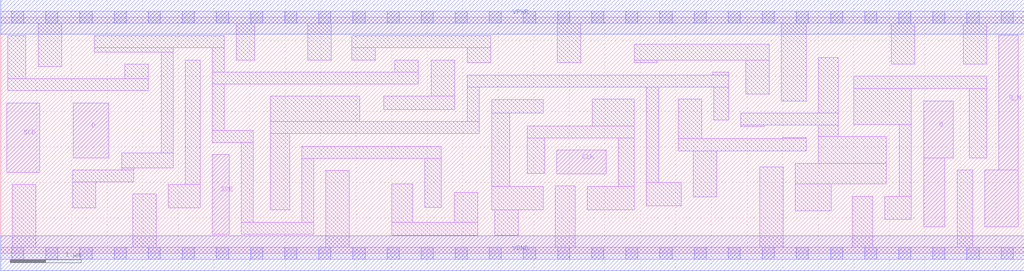
<source format=lef>
# Copyright 2020 The SkyWater PDK Authors
#
# Licensed under the Apache License, Version 2.0 (the "License");
# you may not use this file except in compliance with the License.
# You may obtain a copy of the License at
#
#     https://www.apache.org/licenses/LICENSE-2.0
#
# Unless required by applicable law or agreed to in writing, software
# distributed under the License is distributed on an "AS IS" BASIS,
# WITHOUT WARRANTIES OR CONDITIONS OF ANY KIND, either express or implied.
# See the License for the specific language governing permissions and
# limitations under the License.
#
# SPDX-License-Identifier: Apache-2.0

VERSION 5.7 ;
  NAMESCASESENSITIVE ON ;
  NOWIREEXTENSIONATPIN ON ;
  DIVIDERCHAR "/" ;
  BUSBITCHARS "[]" ;
UNITS
  DATABASE MICRONS 200 ;
END UNITS
MACRO sky130_fd_sc_lp__sdfxbp_1
  CLASS CORE ;
  SOURCE USER ;
  FOREIGN sky130_fd_sc_lp__sdfxbp_1 ;
  ORIGIN  0.000000  0.000000 ;
  SIZE  14.40000 BY  3.330000 ;
  SYMMETRY X Y R90 ;
  SITE unit ;
  PIN D
    ANTENNAGATEAREA  0.159000 ;
    DIRECTION INPUT ;
    USE SIGNAL ;
    PORT
      LAYER li1 ;
        RECT 1.020000 1.345000 1.520000 2.120000 ;
    END
  END D
  PIN Q
    ANTENNADIFFAREA  0.556500 ;
    DIRECTION OUTPUT ;
    USE SIGNAL ;
    PORT
      LAYER li1 ;
        RECT 12.990000 0.375000 13.285000 1.345000 ;
        RECT 12.990000 1.345000 13.405000 2.145000 ;
    END
  END Q
  PIN Q_N
    ANTENNADIFFAREA  0.615300 ;
    DIRECTION OUTPUT ;
    USE SIGNAL ;
    PORT
      LAYER li1 ;
        RECT 13.845000 0.375000 14.315000 1.175000 ;
        RECT 14.045000 1.175000 14.315000 3.075000 ;
    END
  END Q_N
  PIN SCD
    ANTENNAGATEAREA  0.159000 ;
    DIRECTION INPUT ;
    USE SIGNAL ;
    PORT
      LAYER li1 ;
        RECT 0.085000 1.140000 0.550000 2.120000 ;
    END
  END SCD
  PIN SCE
    ANTENNAGATEAREA  0.318000 ;
    DIRECTION INPUT ;
    USE SIGNAL ;
    PORT
      LAYER li1 ;
        RECT 2.975000 0.265000 3.215000 1.390000 ;
    END
  END SCE
  PIN CLK
    ANTENNAGATEAREA  0.159000 ;
    DIRECTION INPUT ;
    USE CLOCK ;
    PORT
      LAYER li1 ;
        RECT 7.825000 1.120000 8.520000 1.455000 ;
    END
  END CLK
  PIN VGND
    DIRECTION INOUT ;
    USE GROUND ;
    PORT
      LAYER met1 ;
        RECT 0.000000 -0.245000 14.400000 0.245000 ;
    END
  END VGND
  PIN VPWR
    DIRECTION INOUT ;
    USE POWER ;
    PORT
      LAYER met1 ;
        RECT 0.000000 3.085000 14.400000 3.575000 ;
    END
  END VPWR
  OBS
    LAYER li1 ;
      RECT  0.000000 -0.085000 14.400000 0.085000 ;
      RECT  0.000000  3.245000 14.400000 3.415000 ;
      RECT  0.095000  2.290000  2.075000 2.460000 ;
      RECT  0.095000  2.460000  0.355000 3.065000 ;
      RECT  0.165000  0.085000  0.495000 0.970000 ;
      RECT  0.525000  2.630000  0.855000 3.245000 ;
      RECT  1.010000  0.640000  1.340000 1.005000 ;
      RECT  1.010000  1.005000  1.870000 1.175000 ;
      RECT  1.315000  2.835000  2.425000 2.895000 ;
      RECT  1.315000  2.895000  3.145000 3.065000 ;
      RECT  1.700000  1.175000  1.870000 1.205000 ;
      RECT  1.700000  1.205000  2.425000 1.415000 ;
      RECT  1.745000  2.460000  2.075000 2.665000 ;
      RECT  1.855000  0.085000  2.185000 0.835000 ;
      RECT  2.255000  1.415000  2.425000 2.835000 ;
      RECT  2.355000  0.640000  2.805000 0.970000 ;
      RECT  2.595000  0.970000  2.805000 2.725000 ;
      RECT  2.975000  1.560000  3.555000 1.730000 ;
      RECT  2.975000  1.730000  3.145000 2.385000 ;
      RECT  2.975000  2.385000  5.875000 2.555000 ;
      RECT  2.975000  2.555000  3.145000 2.895000 ;
      RECT  3.315000  2.725000  3.575000 3.245000 ;
      RECT  3.385000  0.265000  4.405000 0.435000 ;
      RECT  3.385000  0.435000  3.555000 1.560000 ;
      RECT  3.795000  0.615000  4.065000 1.685000 ;
      RECT  3.795000  1.685000  6.735000 1.855000 ;
      RECT  3.795000  1.855000  5.050000 2.215000 ;
      RECT  4.235000  0.435000  4.405000 1.335000 ;
      RECT  4.235000  1.335000  6.200000 1.505000 ;
      RECT  4.320000  2.725000  4.650000 3.245000 ;
      RECT  4.575000  0.085000  4.905000 1.165000 ;
      RECT  4.940000  2.725000  5.270000 2.895000 ;
      RECT  4.940000  2.895000  6.895000 3.065000 ;
      RECT  5.390000  2.025000  6.385000 2.215000 ;
      RECT  5.500000  0.255000  6.710000 0.435000 ;
      RECT  5.500000  0.435000  5.795000 0.980000 ;
      RECT  5.545000  2.555000  5.875000 2.725000 ;
      RECT  5.965000  0.650000  6.200000 1.335000 ;
      RECT  6.055000  2.215000  6.385000 2.725000 ;
      RECT  6.380000  0.435000  6.710000 0.855000 ;
      RECT  6.565000  1.855000  6.735000 2.345000 ;
      RECT  6.565000  2.345000 10.240000 2.515000 ;
      RECT  6.565000  2.685000  6.895000 2.895000 ;
      RECT  6.905000  0.615000  7.635000 0.945000 ;
      RECT  6.905000  0.945000  7.165000 1.975000 ;
      RECT  6.905000  1.975000  7.635000 2.165000 ;
      RECT  6.950000  0.255000  7.280000 0.615000 ;
      RECT  7.405000  1.125000  7.655000 1.625000 ;
      RECT  7.405000  1.625000  8.915000 1.795000 ;
      RECT  7.805000  0.085000  8.080000 0.950000 ;
      RECT  7.830000  2.685000  8.160000 3.245000 ;
      RECT  8.250000  0.615000  8.915000 0.945000 ;
      RECT  8.320000  1.795000  8.915000 2.175000 ;
      RECT  8.690000  0.945000  8.915000 1.625000 ;
      RECT  8.910000  2.685000  9.240000 2.725000 ;
      RECT  8.910000  2.725000 10.810000 2.945000 ;
      RECT  9.085000  0.670000  9.575000 1.000000 ;
      RECT  9.085000  1.000000  9.255000 2.345000 ;
      RECT  9.530000  1.445000 11.335000 1.615000 ;
      RECT  9.530000  1.615000  9.860000 2.175000 ;
      RECT  9.745000  0.795000 10.075000 1.445000 ;
      RECT 10.020000  2.515000 10.240000 2.555000 ;
      RECT 10.030000  1.875000 10.240000 2.345000 ;
      RECT 10.410000  1.785000 10.740000 1.805000 ;
      RECT 10.410000  1.805000 11.785000 1.975000 ;
      RECT 10.480000  2.245000 10.810000 2.725000 ;
      RECT 10.680000  0.085000 11.010000 1.215000 ;
      RECT 10.980000  2.145000 11.335000 3.245000 ;
      RECT 11.005000  1.615000 11.335000 1.635000 ;
      RECT 11.180000  0.595000 11.685000 0.975000 ;
      RECT 11.180000  0.975000 12.460000 1.265000 ;
      RECT 11.505000  1.265000 12.460000 1.645000 ;
      RECT 11.505000  1.645000 11.785000 1.805000 ;
      RECT 11.505000  1.975000 11.785000 2.755000 ;
      RECT 11.980000  0.085000 12.270000 0.805000 ;
      RECT 12.005000  1.815000 12.810000 2.325000 ;
      RECT 12.005000  2.325000 13.875000 2.495000 ;
      RECT 12.440000  0.475000 12.810000 0.805000 ;
      RECT 12.530000  2.665000 12.860000 3.245000 ;
      RECT 12.640000  0.805000 12.810000 1.815000 ;
      RECT 13.455000  0.085000 13.675000 1.175000 ;
      RECT 13.545000  2.665000 13.875000 3.245000 ;
      RECT 13.625000  1.345000 13.875000 2.325000 ;
    LAYER mcon ;
      RECT  0.155000 -0.085000  0.325000 0.085000 ;
      RECT  0.155000  3.245000  0.325000 3.415000 ;
      RECT  0.635000 -0.085000  0.805000 0.085000 ;
      RECT  0.635000  3.245000  0.805000 3.415000 ;
      RECT  1.115000 -0.085000  1.285000 0.085000 ;
      RECT  1.115000  3.245000  1.285000 3.415000 ;
      RECT  1.595000 -0.085000  1.765000 0.085000 ;
      RECT  1.595000  3.245000  1.765000 3.415000 ;
      RECT  2.075000 -0.085000  2.245000 0.085000 ;
      RECT  2.075000  3.245000  2.245000 3.415000 ;
      RECT  2.555000 -0.085000  2.725000 0.085000 ;
      RECT  2.555000  3.245000  2.725000 3.415000 ;
      RECT  3.035000 -0.085000  3.205000 0.085000 ;
      RECT  3.035000  3.245000  3.205000 3.415000 ;
      RECT  3.515000 -0.085000  3.685000 0.085000 ;
      RECT  3.515000  3.245000  3.685000 3.415000 ;
      RECT  3.995000 -0.085000  4.165000 0.085000 ;
      RECT  3.995000  3.245000  4.165000 3.415000 ;
      RECT  4.475000 -0.085000  4.645000 0.085000 ;
      RECT  4.475000  3.245000  4.645000 3.415000 ;
      RECT  4.955000 -0.085000  5.125000 0.085000 ;
      RECT  4.955000  3.245000  5.125000 3.415000 ;
      RECT  5.435000 -0.085000  5.605000 0.085000 ;
      RECT  5.435000  3.245000  5.605000 3.415000 ;
      RECT  5.915000 -0.085000  6.085000 0.085000 ;
      RECT  5.915000  3.245000  6.085000 3.415000 ;
      RECT  6.395000 -0.085000  6.565000 0.085000 ;
      RECT  6.395000  3.245000  6.565000 3.415000 ;
      RECT  6.875000 -0.085000  7.045000 0.085000 ;
      RECT  6.875000  3.245000  7.045000 3.415000 ;
      RECT  7.355000 -0.085000  7.525000 0.085000 ;
      RECT  7.355000  3.245000  7.525000 3.415000 ;
      RECT  7.835000 -0.085000  8.005000 0.085000 ;
      RECT  7.835000  3.245000  8.005000 3.415000 ;
      RECT  8.315000 -0.085000  8.485000 0.085000 ;
      RECT  8.315000  3.245000  8.485000 3.415000 ;
      RECT  8.795000 -0.085000  8.965000 0.085000 ;
      RECT  8.795000  3.245000  8.965000 3.415000 ;
      RECT  9.275000 -0.085000  9.445000 0.085000 ;
      RECT  9.275000  3.245000  9.445000 3.415000 ;
      RECT  9.755000 -0.085000  9.925000 0.085000 ;
      RECT  9.755000  3.245000  9.925000 3.415000 ;
      RECT 10.235000 -0.085000 10.405000 0.085000 ;
      RECT 10.235000  3.245000 10.405000 3.415000 ;
      RECT 10.715000 -0.085000 10.885000 0.085000 ;
      RECT 10.715000  3.245000 10.885000 3.415000 ;
      RECT 11.195000 -0.085000 11.365000 0.085000 ;
      RECT 11.195000  3.245000 11.365000 3.415000 ;
      RECT 11.675000 -0.085000 11.845000 0.085000 ;
      RECT 11.675000  3.245000 11.845000 3.415000 ;
      RECT 12.155000 -0.085000 12.325000 0.085000 ;
      RECT 12.155000  3.245000 12.325000 3.415000 ;
      RECT 12.635000 -0.085000 12.805000 0.085000 ;
      RECT 12.635000  3.245000 12.805000 3.415000 ;
      RECT 13.115000 -0.085000 13.285000 0.085000 ;
      RECT 13.115000  3.245000 13.285000 3.415000 ;
      RECT 13.595000 -0.085000 13.765000 0.085000 ;
      RECT 13.595000  3.245000 13.765000 3.415000 ;
      RECT 14.075000 -0.085000 14.245000 0.085000 ;
      RECT 14.075000  3.245000 14.245000 3.415000 ;
  END
END sky130_fd_sc_lp__sdfxbp_1
END LIBRARY

</source>
